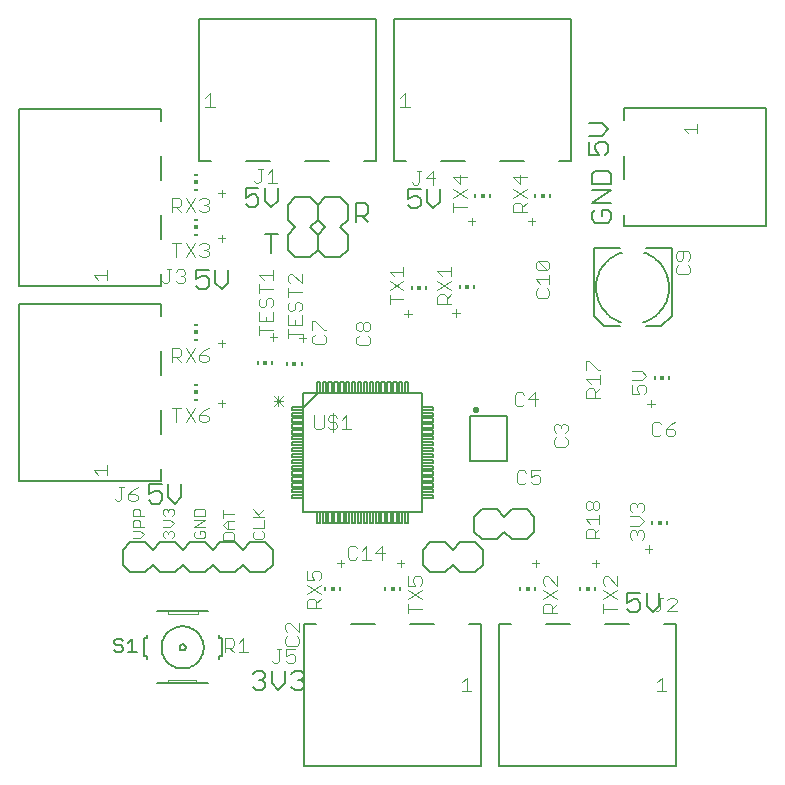
<source format=gto>
G75*
%MOIN*%
%OFA0B0*%
%FSLAX24Y24*%
%IPPOS*%
%LPD*%
%AMOC8*
5,1,8,0,0,1.08239X$1,22.5*
%
%ADD10C,0.0060*%
%ADD11C,0.0030*%
%ADD12C,0.0050*%
%ADD13C,0.0040*%
%ADD14C,0.0080*%
%ADD15C,0.0020*%
%ADD16C,0.0212*%
%ADD17R,0.0059X0.0118*%
%ADD18R,0.0118X0.0118*%
%ADD19R,0.0118X0.0059*%
D10*
X004712Y004572D02*
X005062Y004572D01*
X006012Y004572D01*
X006412Y004572D01*
X006762Y005372D02*
X006762Y005472D01*
X006862Y005472D01*
X006862Y006072D01*
X006762Y006072D01*
X006762Y006172D01*
X006412Y006972D02*
X006062Y006972D01*
X005062Y006972D01*
X004712Y006972D01*
X004362Y006172D02*
X004362Y006072D01*
X004262Y006072D01*
X004262Y005472D01*
X004362Y005472D01*
X004362Y005372D01*
X005462Y005772D02*
X005464Y005792D01*
X005470Y005810D01*
X005479Y005828D01*
X005491Y005843D01*
X005506Y005855D01*
X005524Y005864D01*
X005542Y005870D01*
X005562Y005872D01*
X005582Y005870D01*
X005600Y005864D01*
X005618Y005855D01*
X005633Y005843D01*
X005645Y005828D01*
X005654Y005810D01*
X005660Y005792D01*
X005662Y005772D01*
X005660Y005752D01*
X005654Y005734D01*
X005645Y005716D01*
X005633Y005701D01*
X005618Y005689D01*
X005600Y005680D01*
X005582Y005674D01*
X005562Y005672D01*
X005542Y005674D01*
X005524Y005680D01*
X005506Y005689D01*
X005491Y005701D01*
X005479Y005716D01*
X005470Y005734D01*
X005464Y005752D01*
X005462Y005772D01*
X004862Y005772D02*
X004864Y005824D01*
X004870Y005876D01*
X004880Y005928D01*
X004893Y005978D01*
X004910Y006028D01*
X004931Y006076D01*
X004956Y006122D01*
X004984Y006166D01*
X005015Y006208D01*
X005049Y006248D01*
X005086Y006285D01*
X005126Y006319D01*
X005168Y006350D01*
X005212Y006378D01*
X005258Y006403D01*
X005306Y006424D01*
X005356Y006441D01*
X005406Y006454D01*
X005458Y006464D01*
X005510Y006470D01*
X005562Y006472D01*
X005614Y006470D01*
X005666Y006464D01*
X005718Y006454D01*
X005768Y006441D01*
X005818Y006424D01*
X005866Y006403D01*
X005912Y006378D01*
X005956Y006350D01*
X005998Y006319D01*
X006038Y006285D01*
X006075Y006248D01*
X006109Y006208D01*
X006140Y006166D01*
X006168Y006122D01*
X006193Y006076D01*
X006214Y006028D01*
X006231Y005978D01*
X006244Y005928D01*
X006254Y005876D01*
X006260Y005824D01*
X006262Y005772D01*
X006260Y005720D01*
X006254Y005668D01*
X006244Y005616D01*
X006231Y005566D01*
X006214Y005516D01*
X006193Y005468D01*
X006168Y005422D01*
X006140Y005378D01*
X006109Y005336D01*
X006075Y005296D01*
X006038Y005259D01*
X005998Y005225D01*
X005956Y005194D01*
X005912Y005166D01*
X005866Y005141D01*
X005818Y005120D01*
X005768Y005103D01*
X005718Y005090D01*
X005666Y005080D01*
X005614Y005074D01*
X005562Y005072D01*
X005510Y005074D01*
X005458Y005080D01*
X005406Y005090D01*
X005356Y005103D01*
X005306Y005120D01*
X005258Y005141D01*
X005212Y005166D01*
X005168Y005194D01*
X005126Y005225D01*
X005086Y005259D01*
X005049Y005296D01*
X005015Y005336D01*
X004984Y005378D01*
X004956Y005422D01*
X004931Y005468D01*
X004910Y005516D01*
X004893Y005566D01*
X004880Y005616D01*
X004870Y005668D01*
X004864Y005720D01*
X004862Y005772D01*
X007899Y004896D02*
X008006Y005003D01*
X008220Y005003D01*
X008326Y004896D01*
X008326Y004789D01*
X008220Y004682D01*
X008326Y004575D01*
X008326Y004469D01*
X008220Y004362D01*
X008006Y004362D01*
X007899Y004469D01*
X008113Y004682D02*
X008220Y004682D01*
X008544Y004575D02*
X008544Y005003D01*
X008544Y004575D02*
X008758Y004362D01*
X008971Y004575D01*
X008971Y005003D01*
X009189Y004896D02*
X009295Y005003D01*
X009509Y005003D01*
X009616Y004896D01*
X009616Y004789D01*
X009509Y004682D01*
X009616Y004575D01*
X009616Y004469D01*
X009509Y004362D01*
X009295Y004362D01*
X009189Y004469D01*
X009402Y004682D02*
X009509Y004682D01*
X010032Y009912D02*
X010142Y009912D01*
X010142Y010302D01*
X010032Y010302D01*
X010032Y009912D01*
X010232Y009912D02*
X010342Y009912D01*
X010342Y010302D01*
X010232Y010302D01*
X010232Y009912D01*
X010422Y009912D02*
X010532Y009912D01*
X010532Y010302D01*
X010422Y010302D01*
X010422Y009912D01*
X010622Y009912D02*
X010732Y009912D01*
X010732Y010302D01*
X010622Y010302D01*
X010622Y009912D01*
X010822Y009912D02*
X010932Y009912D01*
X010932Y010302D01*
X010822Y010302D01*
X010822Y009912D01*
X011012Y009912D02*
X011122Y009912D01*
X011122Y010302D01*
X011012Y010302D01*
X011012Y009912D01*
X011212Y009912D02*
X011322Y009912D01*
X011322Y010302D01*
X011212Y010302D01*
X011212Y009912D01*
X011412Y009912D02*
X011522Y009912D01*
X011522Y010302D01*
X011412Y010302D01*
X011412Y009912D01*
X011602Y009912D02*
X011712Y009912D01*
X011712Y010302D01*
X011602Y010302D01*
X011602Y009912D01*
X011802Y009912D02*
X011912Y009912D01*
X011912Y010302D01*
X011802Y010302D01*
X011802Y009912D01*
X012002Y009912D02*
X012112Y009912D01*
X012112Y010302D01*
X012002Y010302D01*
X012002Y009912D01*
X012192Y009912D02*
X012302Y009912D01*
X012302Y010302D01*
X012192Y010302D01*
X012192Y009912D01*
X012392Y009912D02*
X012502Y009912D01*
X012502Y010302D01*
X012392Y010302D01*
X012392Y009912D01*
X012592Y009912D02*
X012702Y009912D01*
X012702Y010302D01*
X012592Y010302D01*
X012592Y009912D01*
X012782Y009912D02*
X012892Y009912D01*
X012892Y010302D01*
X012782Y010302D01*
X012782Y009912D01*
X012982Y009912D02*
X013092Y009912D01*
X013092Y010302D01*
X012982Y010302D01*
X012982Y009912D01*
X013532Y010302D02*
X013532Y014242D01*
X009592Y014242D01*
X009592Y010302D01*
X013532Y010302D01*
X013532Y010742D02*
X013922Y010742D01*
X013922Y010852D01*
X013532Y010852D01*
X013532Y010742D01*
X013532Y010942D02*
X013922Y010942D01*
X013922Y011052D01*
X013532Y011052D01*
X013532Y010942D01*
X013532Y011132D02*
X013922Y011132D01*
X013922Y011242D01*
X013532Y011242D01*
X013532Y011132D01*
X013532Y011332D02*
X013922Y011332D01*
X013922Y011442D01*
X013532Y011442D01*
X013532Y011332D01*
X013532Y011532D02*
X013922Y011532D01*
X013922Y011642D01*
X013532Y011642D01*
X013532Y011532D01*
X013532Y011722D02*
X013922Y011722D01*
X013922Y011832D01*
X013532Y011832D01*
X013532Y011722D01*
X013532Y011922D02*
X013922Y011922D01*
X013922Y012032D01*
X013532Y012032D01*
X013532Y011922D01*
X013532Y012122D02*
X013922Y012122D01*
X013922Y012232D01*
X013532Y012232D01*
X013532Y012122D01*
X013532Y012312D02*
X013922Y012312D01*
X013922Y012422D01*
X013532Y012422D01*
X013532Y012312D01*
X013532Y012512D02*
X013922Y012512D01*
X013922Y012622D01*
X013532Y012622D01*
X013532Y012512D01*
X013532Y012712D02*
X013922Y012712D01*
X013922Y012822D01*
X013532Y012822D01*
X013532Y012712D01*
X013532Y012902D02*
X013922Y012902D01*
X013922Y013012D01*
X013532Y013012D01*
X013532Y012902D01*
X013532Y013102D02*
X013922Y013102D01*
X013922Y013212D01*
X013532Y013212D01*
X013532Y013102D01*
X013532Y013302D02*
X013922Y013302D01*
X013922Y013412D01*
X013532Y013412D01*
X013532Y013302D01*
X013532Y013492D02*
X013922Y013492D01*
X013922Y013602D01*
X013532Y013602D01*
X013532Y013492D01*
X013532Y013692D02*
X013922Y013692D01*
X013922Y013802D01*
X013532Y013802D01*
X013532Y013692D01*
X013092Y014242D02*
X013092Y014632D01*
X012982Y014632D01*
X012982Y014242D01*
X013092Y014242D01*
X012892Y014242D02*
X012892Y014632D01*
X012782Y014632D01*
X012782Y014242D01*
X012892Y014242D01*
X012702Y014242D02*
X012702Y014632D01*
X012592Y014632D01*
X012592Y014242D01*
X012702Y014242D01*
X012502Y014242D02*
X012502Y014632D01*
X012392Y014632D01*
X012392Y014242D01*
X012502Y014242D01*
X012302Y014242D02*
X012302Y014632D01*
X012192Y014632D01*
X012192Y014242D01*
X012302Y014242D01*
X012112Y014242D02*
X012112Y014632D01*
X012002Y014632D01*
X012002Y014242D01*
X012112Y014242D01*
X011912Y014242D02*
X011912Y014632D01*
X011802Y014632D01*
X011802Y014242D01*
X011912Y014242D01*
X011712Y014242D02*
X011712Y014632D01*
X011602Y014632D01*
X011602Y014242D01*
X011712Y014242D01*
X011522Y014242D02*
X011522Y014632D01*
X011412Y014632D01*
X011412Y014242D01*
X011522Y014242D01*
X011322Y014242D02*
X011322Y014632D01*
X011212Y014632D01*
X011212Y014242D01*
X011322Y014242D01*
X011122Y014242D02*
X011122Y014632D01*
X011012Y014632D01*
X011012Y014242D01*
X011122Y014242D01*
X010932Y014242D02*
X010932Y014632D01*
X010822Y014632D01*
X010822Y014242D01*
X010932Y014242D01*
X010732Y014242D02*
X010732Y014632D01*
X010622Y014632D01*
X010622Y014242D01*
X010732Y014242D01*
X010532Y014242D02*
X010532Y014632D01*
X010422Y014632D01*
X010422Y014242D01*
X010532Y014242D01*
X010342Y014242D02*
X010342Y014632D01*
X010232Y014632D01*
X010232Y014242D01*
X010342Y014242D01*
X010142Y014242D02*
X010142Y014632D01*
X010032Y014632D01*
X010032Y014242D01*
X010092Y014242D01*
X009592Y013742D01*
X009592Y013802D01*
X009202Y013802D01*
X009202Y013692D01*
X009592Y013692D01*
X009592Y013742D01*
X009592Y013602D02*
X009202Y013602D01*
X009202Y013492D01*
X009592Y013492D01*
X009592Y013602D01*
X009592Y013412D02*
X009202Y013412D01*
X009202Y013302D01*
X009592Y013302D01*
X009592Y013412D01*
X009592Y013212D02*
X009202Y013212D01*
X009202Y013102D01*
X009592Y013102D01*
X009592Y013212D01*
X009592Y013012D02*
X009202Y013012D01*
X009202Y012902D01*
X009592Y012902D01*
X009592Y013012D01*
X009592Y012822D02*
X009202Y012822D01*
X009202Y012712D01*
X009592Y012712D01*
X009592Y012822D01*
X009592Y012622D02*
X009202Y012622D01*
X009202Y012512D01*
X009592Y012512D01*
X009592Y012622D01*
X009592Y012422D02*
X009202Y012422D01*
X009202Y012312D01*
X009592Y012312D01*
X009592Y012422D01*
X009592Y012232D02*
X009202Y012232D01*
X009202Y012122D01*
X009592Y012122D01*
X009592Y012232D01*
X009592Y012032D02*
X009202Y012032D01*
X009202Y011922D01*
X009592Y011922D01*
X009592Y012032D01*
X009592Y011832D02*
X009202Y011832D01*
X009202Y011722D01*
X009592Y011722D01*
X009592Y011832D01*
X009592Y011642D02*
X009202Y011642D01*
X009202Y011532D01*
X009592Y011532D01*
X009592Y011642D01*
X009592Y011442D02*
X009202Y011442D01*
X009202Y011332D01*
X009592Y011332D01*
X009592Y011442D01*
X009592Y011242D02*
X009202Y011242D01*
X009202Y011132D01*
X009592Y011132D01*
X009592Y011242D01*
X009592Y011052D02*
X009202Y011052D01*
X009202Y010942D01*
X009592Y010942D01*
X009592Y011052D01*
X009592Y010852D02*
X009202Y010852D01*
X009202Y010742D01*
X009592Y010742D01*
X009592Y010852D01*
X010092Y014242D02*
X010142Y014242D01*
X006869Y017722D02*
X006656Y017936D01*
X006656Y018363D01*
X006438Y018363D02*
X006011Y018363D01*
X006011Y018042D01*
X006225Y018149D01*
X006331Y018149D01*
X006438Y018042D01*
X006438Y017829D01*
X006331Y017722D01*
X006118Y017722D01*
X006011Y017829D01*
X006869Y017722D02*
X007083Y017936D01*
X007083Y018363D01*
X008310Y019563D02*
X008737Y019563D01*
X008524Y019563D02*
X008524Y018923D01*
X008519Y020446D02*
X008305Y020659D01*
X008305Y021086D01*
X008088Y021086D02*
X007661Y021086D01*
X007661Y020766D01*
X007874Y020873D01*
X007981Y020873D01*
X008088Y020766D01*
X008088Y020553D01*
X007981Y020446D01*
X007768Y020446D01*
X007661Y020553D01*
X008519Y020446D02*
X008732Y020659D01*
X008732Y021086D01*
X011327Y020589D02*
X011327Y019948D01*
X011327Y020162D02*
X011647Y020162D01*
X011754Y020268D01*
X011754Y020482D01*
X011647Y020589D01*
X011327Y020589D01*
X011541Y020162D02*
X011754Y019948D01*
X013068Y020513D02*
X013174Y020406D01*
X013388Y020406D01*
X013495Y020513D01*
X013495Y020726D01*
X013388Y020833D01*
X013281Y020833D01*
X013068Y020726D01*
X013068Y021047D01*
X013495Y021047D01*
X013712Y021047D02*
X013712Y020620D01*
X013926Y020406D01*
X014139Y020620D01*
X014139Y021047D01*
X019112Y022187D02*
X019433Y022187D01*
X019326Y022401D01*
X019326Y022507D01*
X019433Y022614D01*
X019646Y022614D01*
X019753Y022507D01*
X019753Y022294D01*
X019646Y022187D01*
X019112Y022187D02*
X019112Y022614D01*
X019112Y022832D02*
X019539Y022832D01*
X019753Y023045D01*
X019539Y023259D01*
X019112Y023259D01*
X019316Y021649D02*
X019210Y021542D01*
X019210Y021222D01*
X019850Y021222D01*
X019850Y021542D01*
X019744Y021649D01*
X019316Y021649D01*
X019210Y021004D02*
X019850Y021004D01*
X019210Y020577D01*
X019850Y020577D01*
X019744Y020359D02*
X019530Y020359D01*
X019530Y020146D01*
X019744Y020359D02*
X019850Y020253D01*
X019850Y020039D01*
X019744Y019932D01*
X019316Y019932D01*
X019210Y020039D01*
X019210Y020253D01*
X019316Y020359D01*
X020383Y007587D02*
X020383Y007267D01*
X020596Y007374D01*
X020703Y007374D01*
X020810Y007267D01*
X020810Y007053D01*
X020703Y006947D01*
X020490Y006947D01*
X020383Y007053D01*
X020383Y007587D02*
X020810Y007587D01*
X021027Y007587D02*
X021027Y007160D01*
X021241Y006947D01*
X021454Y007160D01*
X021454Y007587D01*
X005512Y010778D02*
X005512Y011205D01*
X005512Y010778D02*
X005299Y010565D01*
X005085Y010778D01*
X005085Y011205D01*
X004868Y011205D02*
X004441Y011205D01*
X004441Y010885D01*
X004654Y010992D01*
X004761Y010992D01*
X004868Y010885D01*
X004868Y010672D01*
X004761Y010565D01*
X004547Y010565D01*
X004441Y010672D01*
D11*
X004153Y010338D02*
X004153Y010153D01*
X004276Y010153D02*
X003906Y010153D01*
X003906Y010338D01*
X003968Y010400D01*
X004091Y010400D01*
X004153Y010338D01*
X004091Y010032D02*
X003968Y010032D01*
X003906Y009970D01*
X003906Y009785D01*
X004276Y009785D01*
X004153Y009785D02*
X004153Y009970D01*
X004091Y010032D01*
X004153Y009664D02*
X003906Y009664D01*
X004153Y009664D02*
X004276Y009540D01*
X004153Y009417D01*
X003906Y009417D01*
X004900Y009478D02*
X004900Y009602D01*
X004962Y009664D01*
X005023Y009664D01*
X005085Y009602D01*
X005147Y009664D01*
X005209Y009664D01*
X005270Y009602D01*
X005270Y009478D01*
X005209Y009417D01*
X005085Y009540D02*
X005085Y009602D01*
X005147Y009785D02*
X004900Y009785D01*
X005147Y009785D02*
X005270Y009908D01*
X005147Y010032D01*
X004900Y010032D01*
X004962Y010153D02*
X004900Y010215D01*
X004900Y010338D01*
X004962Y010400D01*
X005023Y010400D01*
X005085Y010338D01*
X005147Y010400D01*
X005209Y010400D01*
X005270Y010338D01*
X005270Y010215D01*
X005209Y010153D01*
X005085Y010277D02*
X005085Y010338D01*
X004900Y009478D02*
X004962Y009417D01*
X005954Y009478D02*
X006015Y009417D01*
X006262Y009417D01*
X006324Y009478D01*
X006324Y009602D01*
X006262Y009664D01*
X006139Y009664D01*
X006139Y009540D01*
X006015Y009664D02*
X005954Y009602D01*
X005954Y009478D01*
X005954Y009785D02*
X006324Y010032D01*
X005954Y010032D01*
X005954Y010153D02*
X005954Y010338D01*
X006015Y010400D01*
X006262Y010400D01*
X006324Y010338D01*
X006324Y010153D01*
X005954Y010153D01*
X005954Y009785D02*
X006324Y009785D01*
X006908Y009849D02*
X007031Y009972D01*
X007278Y009972D01*
X007093Y009972D02*
X007093Y009725D01*
X007031Y009725D02*
X006908Y009849D01*
X007031Y009725D02*
X007278Y009725D01*
X007216Y009604D02*
X006969Y009604D01*
X006908Y009542D01*
X006908Y009357D01*
X007278Y009357D01*
X007278Y009542D01*
X007216Y009604D01*
X006908Y010094D02*
X006908Y010341D01*
X006908Y010217D02*
X007278Y010217D01*
X007902Y010133D02*
X008272Y010133D01*
X008272Y010012D02*
X008272Y009765D01*
X007902Y009765D01*
X007963Y009644D02*
X007902Y009582D01*
X007902Y009459D01*
X007963Y009397D01*
X008210Y009397D01*
X008272Y009459D01*
X008272Y009582D01*
X008210Y009644D01*
X008148Y010133D02*
X007902Y010380D01*
X008087Y010195D02*
X008272Y010380D01*
X010709Y008572D02*
X010956Y008572D01*
X010832Y008449D02*
X010832Y008696D01*
X012709Y008572D02*
X012956Y008572D01*
X012832Y008449D02*
X012832Y008696D01*
X017209Y008572D02*
X017456Y008572D01*
X017332Y008449D02*
X017332Y008696D01*
X019209Y008572D02*
X019456Y008572D01*
X019332Y008449D02*
X019332Y008696D01*
X020977Y009050D02*
X021223Y009050D01*
X021100Y009173D02*
X021100Y008926D01*
X021178Y013773D02*
X021178Y014020D01*
X021055Y013896D02*
X021302Y013896D01*
X017200Y019849D02*
X017200Y020096D01*
X017077Y019972D02*
X017324Y019972D01*
X015324Y019972D02*
X015077Y019972D01*
X015200Y019849D02*
X015200Y020096D01*
X014673Y017037D02*
X014673Y016790D01*
X014550Y016914D02*
X014796Y016914D01*
X013203Y016899D02*
X012957Y016899D01*
X013080Y017022D02*
X013080Y016775D01*
X011025Y013508D02*
X011025Y013037D01*
X011181Y013037D02*
X010868Y013037D01*
X010721Y013116D02*
X010721Y013194D01*
X010643Y013273D01*
X010486Y013273D01*
X010407Y013351D01*
X010407Y013429D01*
X010486Y013508D01*
X010643Y013508D01*
X010721Y013429D01*
X010868Y013351D02*
X011025Y013508D01*
X010564Y013586D02*
X010564Y012959D01*
X010486Y013037D02*
X010643Y013037D01*
X010721Y013116D01*
X010486Y013037D02*
X010407Y013116D01*
X010261Y013116D02*
X010261Y013508D01*
X009947Y013508D02*
X009947Y013116D01*
X010025Y013037D01*
X010182Y013037D01*
X010261Y013116D01*
X008911Y013836D02*
X008597Y014149D01*
X008597Y013993D02*
X008911Y013993D01*
X008911Y014149D02*
X008597Y013836D01*
X008754Y013836D02*
X008754Y014149D01*
X006985Y013911D02*
X006738Y013911D01*
X006862Y014034D02*
X006862Y013787D01*
X006862Y015787D02*
X006862Y016034D01*
X006985Y015911D02*
X006738Y015911D01*
X008469Y016127D02*
X008715Y016127D01*
X008592Y016250D02*
X008592Y016003D01*
X009440Y016092D02*
X009687Y016092D01*
X009563Y016215D02*
X009563Y015968D01*
X006862Y019287D02*
X006862Y019534D01*
X006985Y019411D02*
X006738Y019411D01*
X006862Y020787D02*
X006862Y021034D01*
X006985Y020911D02*
X006738Y020911D01*
D12*
X006503Y021985D02*
X006109Y021985D01*
X006109Y026709D01*
X012015Y026709D01*
X012015Y021985D01*
X011621Y021985D01*
X012609Y021985D02*
X013003Y021985D01*
X012609Y021985D02*
X012609Y026709D01*
X018515Y026709D01*
X018515Y021985D01*
X018121Y021985D01*
X016940Y021985D02*
X016153Y021985D01*
X014971Y021985D02*
X014184Y021985D01*
X010440Y021985D02*
X009653Y021985D01*
X008471Y021985D02*
X007684Y021985D01*
X004849Y022150D02*
X004849Y021363D01*
X004849Y020182D02*
X004849Y019394D01*
X004849Y018213D02*
X004849Y017820D01*
X000125Y017820D01*
X000125Y023725D01*
X004849Y023725D01*
X004849Y023331D01*
X004849Y017225D02*
X000125Y017225D01*
X000125Y011320D01*
X004849Y011320D01*
X004849Y011713D01*
X004849Y012894D02*
X004849Y013682D01*
X004849Y014863D02*
X004849Y015650D01*
X004849Y016831D02*
X004849Y017225D01*
X015144Y013474D02*
X015144Y011978D01*
X016365Y011978D01*
X016365Y013474D01*
X015144Y013474D01*
X020275Y019804D02*
X020275Y020198D01*
X020275Y019804D02*
X024999Y019804D01*
X024999Y023741D01*
X020275Y023741D01*
X020275Y023347D01*
X020275Y022166D02*
X020275Y021379D01*
X020440Y006560D02*
X019653Y006560D01*
X018471Y006560D02*
X017684Y006560D01*
X016503Y006560D02*
X016109Y006560D01*
X016109Y001835D01*
X022015Y001835D01*
X022015Y006560D01*
X021621Y006560D01*
X015515Y006560D02*
X015515Y001835D01*
X009609Y001835D01*
X009609Y006560D01*
X010003Y006560D01*
X011184Y006560D02*
X011971Y006560D01*
X013153Y006560D02*
X013940Y006560D01*
X015121Y006560D02*
X015515Y006560D01*
X004034Y005617D02*
X003734Y005617D01*
X003884Y005617D02*
X003884Y006067D01*
X003734Y005917D01*
X003574Y005992D02*
X003499Y006067D01*
X003349Y006067D01*
X003274Y005992D01*
X003274Y005917D01*
X003349Y005842D01*
X003499Y005842D01*
X003574Y005767D01*
X003574Y005692D01*
X003499Y005617D01*
X003349Y005617D01*
X003274Y005692D01*
D13*
X006973Y005766D02*
X007203Y005766D01*
X007280Y005843D01*
X007280Y005996D01*
X007203Y006073D01*
X006973Y006073D01*
X006973Y005612D01*
X007126Y005766D02*
X007280Y005612D01*
X007433Y005612D02*
X007740Y005612D01*
X007587Y005612D02*
X007587Y006073D01*
X007433Y005919D01*
X008548Y005320D02*
X008625Y005243D01*
X008702Y005243D01*
X008778Y005320D01*
X008778Y005704D01*
X008702Y005704D02*
X008855Y005704D01*
X009009Y005704D02*
X009009Y005473D01*
X009162Y005550D01*
X009239Y005550D01*
X009316Y005473D01*
X009316Y005320D01*
X009239Y005243D01*
X009085Y005243D01*
X009009Y005320D01*
X009009Y005704D02*
X009316Y005704D01*
X009365Y005834D02*
X009441Y005911D01*
X009441Y006065D01*
X009365Y006141D01*
X009441Y006295D02*
X009134Y006602D01*
X009058Y006602D01*
X008981Y006525D01*
X008981Y006372D01*
X009058Y006295D01*
X009058Y006141D02*
X008981Y006065D01*
X008981Y005911D01*
X009058Y005834D01*
X009365Y005834D01*
X009441Y006295D02*
X009441Y006602D01*
X009716Y007092D02*
X009716Y007322D01*
X009793Y007399D01*
X009947Y007399D01*
X010023Y007322D01*
X010023Y007092D01*
X010023Y007245D02*
X010177Y007399D01*
X010177Y007552D02*
X009716Y007859D01*
X009716Y008012D02*
X009947Y008012D01*
X009870Y008166D01*
X009870Y008243D01*
X009947Y008319D01*
X010100Y008319D01*
X010177Y008243D01*
X010177Y008089D01*
X010100Y008012D01*
X010177Y007859D02*
X009716Y007552D01*
X009716Y008012D02*
X009716Y008319D01*
X009716Y007092D02*
X010177Y007092D01*
X011148Y008695D02*
X011072Y008772D01*
X011072Y009078D01*
X011148Y009155D01*
X011302Y009155D01*
X011379Y009078D01*
X011532Y009002D02*
X011686Y009155D01*
X011686Y008695D01*
X011839Y008695D02*
X011532Y008695D01*
X011379Y008772D02*
X011302Y008695D01*
X011148Y008695D01*
X011992Y008925D02*
X012299Y008925D01*
X012223Y008695D02*
X012223Y009155D01*
X011992Y008925D01*
X013082Y008139D02*
X013082Y007832D01*
X013312Y007832D01*
X013235Y007985D01*
X013235Y008062D01*
X013312Y008139D01*
X013465Y008139D01*
X013542Y008062D01*
X013542Y007909D01*
X013465Y007832D01*
X013542Y007678D02*
X013082Y007372D01*
X013082Y007218D02*
X013082Y006911D01*
X013082Y007065D02*
X013542Y007065D01*
X013542Y007372D02*
X013082Y007678D01*
X015031Y004768D02*
X015031Y004308D01*
X014878Y004308D02*
X015184Y004308D01*
X014878Y004615D02*
X015031Y004768D01*
X017582Y006911D02*
X017582Y007141D01*
X017658Y007218D01*
X017812Y007218D01*
X017889Y007141D01*
X017889Y006911D01*
X018042Y006911D02*
X017582Y006911D01*
X017889Y007065D02*
X018042Y007218D01*
X018042Y007372D02*
X017582Y007678D01*
X017658Y007832D02*
X017582Y007909D01*
X017582Y008062D01*
X017658Y008139D01*
X017735Y008139D01*
X018042Y007832D01*
X018042Y008139D01*
X018042Y007678D02*
X017582Y007372D01*
X019582Y007372D02*
X020042Y007678D01*
X020042Y007832D02*
X019735Y008139D01*
X019658Y008139D01*
X019582Y008062D01*
X019582Y007909D01*
X019658Y007832D01*
X019582Y007678D02*
X020042Y007372D01*
X020042Y007065D02*
X019582Y007065D01*
X019582Y007218D02*
X019582Y006911D01*
X020042Y007832D02*
X020042Y008139D01*
X020558Y009369D02*
X020481Y009446D01*
X020481Y009600D01*
X020558Y009676D01*
X020635Y009676D01*
X020711Y009600D01*
X020788Y009676D01*
X020865Y009676D01*
X020942Y009600D01*
X020942Y009446D01*
X020865Y009369D01*
X020711Y009523D02*
X020711Y009600D01*
X020788Y009830D02*
X020481Y009830D01*
X020481Y010137D02*
X020788Y010137D01*
X020942Y009983D01*
X020788Y009830D01*
X020865Y010290D02*
X020942Y010367D01*
X020942Y010520D01*
X020865Y010597D01*
X020788Y010597D01*
X020711Y010520D01*
X020711Y010444D01*
X020711Y010520D02*
X020635Y010597D01*
X020558Y010597D01*
X020481Y010520D01*
X020481Y010367D01*
X020558Y010290D01*
X019458Y010193D02*
X019458Y009886D01*
X019458Y009733D02*
X019305Y009579D01*
X019305Y009656D02*
X019305Y009426D01*
X019458Y009426D02*
X018998Y009426D01*
X018998Y009656D01*
X019075Y009733D01*
X019228Y009733D01*
X019305Y009656D01*
X019151Y009886D02*
X018998Y010040D01*
X019458Y010040D01*
X019381Y010347D02*
X019305Y010347D01*
X019228Y010423D01*
X019228Y010577D01*
X019305Y010653D01*
X019381Y010653D01*
X019458Y010577D01*
X019458Y010423D01*
X019381Y010347D01*
X019228Y010423D02*
X019151Y010347D01*
X019075Y010347D01*
X018998Y010423D01*
X018998Y010577D01*
X019075Y010653D01*
X019151Y010653D01*
X019228Y010577D01*
X017476Y011291D02*
X017399Y011214D01*
X017245Y011214D01*
X017169Y011291D01*
X017169Y011444D02*
X017322Y011521D01*
X017399Y011521D01*
X017476Y011444D01*
X017476Y011291D01*
X017169Y011444D02*
X017169Y011675D01*
X017476Y011675D01*
X017015Y011598D02*
X016939Y011675D01*
X016785Y011675D01*
X016708Y011598D01*
X016708Y011291D01*
X016785Y011214D01*
X016939Y011214D01*
X017015Y011291D01*
X018016Y012469D02*
X018323Y012469D01*
X018400Y012546D01*
X018400Y012699D01*
X018323Y012776D01*
X018323Y012929D02*
X018400Y013006D01*
X018400Y013160D01*
X018323Y013236D01*
X018246Y013236D01*
X018169Y013160D01*
X018169Y013083D01*
X018169Y013160D02*
X018093Y013236D01*
X018016Y013236D01*
X017939Y013160D01*
X017939Y013006D01*
X018016Y012929D01*
X018016Y012776D02*
X017939Y012699D01*
X017939Y012546D01*
X018016Y012469D01*
X017321Y013816D02*
X017321Y014276D01*
X017090Y014046D01*
X017397Y014046D01*
X016937Y014199D02*
X016860Y014276D01*
X016707Y014276D01*
X016630Y014199D01*
X016630Y013892D01*
X016707Y013816D01*
X016860Y013816D01*
X016937Y013892D01*
X019019Y014101D02*
X019019Y014331D01*
X019096Y014408D01*
X019249Y014408D01*
X019326Y014331D01*
X019326Y014101D01*
X019480Y014101D02*
X019019Y014101D01*
X019326Y014255D02*
X019480Y014408D01*
X019480Y014562D02*
X019480Y014869D01*
X019480Y015022D02*
X019403Y015022D01*
X019096Y015329D01*
X019019Y015329D01*
X019019Y015022D01*
X019019Y014715D02*
X019480Y014715D01*
X019173Y014562D02*
X019019Y014715D01*
X020559Y014676D02*
X020866Y014676D01*
X021020Y014830D01*
X020866Y014983D01*
X020559Y014983D01*
X020559Y014523D02*
X020559Y014216D01*
X020790Y014216D01*
X020713Y014370D01*
X020713Y014446D01*
X020790Y014523D01*
X020943Y014523D01*
X021020Y014446D01*
X021020Y014293D01*
X020943Y014216D01*
X021291Y013285D02*
X021214Y013208D01*
X021214Y012901D01*
X021291Y012824D01*
X021445Y012824D01*
X021521Y012901D01*
X021675Y012901D02*
X021751Y012824D01*
X021905Y012824D01*
X021982Y012901D01*
X021982Y012978D01*
X021905Y013054D01*
X021675Y013054D01*
X021675Y012901D01*
X021675Y013054D02*
X021828Y013208D01*
X021982Y013285D01*
X021521Y013208D02*
X021445Y013285D01*
X021291Y013285D01*
X017716Y017431D02*
X017409Y017431D01*
X017332Y017508D01*
X017332Y017661D01*
X017409Y017738D01*
X017486Y017892D02*
X017332Y018045D01*
X017792Y018045D01*
X017792Y017892D02*
X017792Y018199D01*
X017716Y018352D02*
X017409Y018352D01*
X017332Y018429D01*
X017332Y018582D01*
X017409Y018659D01*
X017716Y018352D01*
X017792Y018429D01*
X017792Y018582D01*
X017716Y018659D01*
X017409Y018659D01*
X017716Y017738D02*
X017792Y017661D01*
X017792Y017508D01*
X017716Y017431D01*
X017042Y020292D02*
X016582Y020292D01*
X016582Y020523D01*
X016658Y020599D01*
X016812Y020599D01*
X016889Y020523D01*
X016889Y020292D01*
X016889Y020446D02*
X017042Y020599D01*
X017042Y020753D02*
X016582Y021060D01*
X016812Y021213D02*
X016582Y021443D01*
X017042Y021443D01*
X016812Y021520D02*
X016812Y021213D01*
X017042Y021060D02*
X016582Y020753D01*
X015042Y020753D02*
X014582Y021060D01*
X014812Y021213D02*
X014582Y021443D01*
X015042Y021443D01*
X014812Y021520D02*
X014812Y021213D01*
X015042Y021060D02*
X014582Y020753D01*
X014582Y020599D02*
X014582Y020292D01*
X014582Y020446D02*
X015042Y020446D01*
X013902Y021199D02*
X013902Y021659D01*
X013672Y021429D01*
X013979Y021429D01*
X013518Y021659D02*
X013365Y021659D01*
X013441Y021659D02*
X013441Y021275D01*
X013365Y021199D01*
X013288Y021199D01*
X013211Y021275D01*
X013133Y023777D02*
X012826Y023777D01*
X012980Y023777D02*
X012980Y024237D01*
X012826Y024083D01*
X008707Y021257D02*
X008400Y021257D01*
X008554Y021257D02*
X008554Y021718D01*
X008400Y021564D01*
X008247Y021718D02*
X008093Y021718D01*
X008170Y021718D02*
X008170Y021334D01*
X008093Y021257D01*
X008016Y021257D01*
X007940Y021334D01*
X006429Y020676D02*
X006429Y020599D01*
X006352Y020523D01*
X006429Y020446D01*
X006429Y020369D01*
X006352Y020292D01*
X006198Y020292D01*
X006122Y020369D01*
X005968Y020292D02*
X005661Y020753D01*
X005508Y020676D02*
X005508Y020523D01*
X005431Y020446D01*
X005201Y020446D01*
X005354Y020446D02*
X005508Y020292D01*
X005661Y020292D02*
X005968Y020753D01*
X006122Y020676D02*
X006198Y020753D01*
X006352Y020753D01*
X006429Y020676D01*
X006352Y020523D02*
X006275Y020523D01*
X005508Y020676D02*
X005431Y020753D01*
X005201Y020753D01*
X005201Y020292D01*
X005201Y019253D02*
X005508Y019253D01*
X005661Y019253D02*
X005968Y018792D01*
X006122Y018869D02*
X006198Y018792D01*
X006352Y018792D01*
X006429Y018869D01*
X006429Y018946D01*
X006352Y019023D01*
X006275Y019023D01*
X006352Y019023D02*
X006429Y019099D01*
X006429Y019176D01*
X006352Y019253D01*
X006198Y019253D01*
X006122Y019176D01*
X005968Y019253D02*
X005661Y018792D01*
X005354Y018792D02*
X005354Y019253D01*
X005419Y018376D02*
X005342Y018300D01*
X005419Y018376D02*
X005573Y018376D01*
X005649Y018300D01*
X005649Y018223D01*
X005573Y018146D01*
X005649Y018070D01*
X005649Y017993D01*
X005573Y017916D01*
X005419Y017916D01*
X005342Y017993D01*
X005496Y018146D02*
X005573Y018146D01*
X005189Y018376D02*
X005035Y018376D01*
X005112Y018376D02*
X005112Y017993D01*
X005035Y017916D01*
X004959Y017916D01*
X004882Y017993D01*
X003058Y018036D02*
X003058Y018343D01*
X003058Y018190D02*
X002597Y018190D01*
X002751Y018036D01*
X005201Y015753D02*
X005431Y015753D01*
X005508Y015676D01*
X005508Y015523D01*
X005431Y015446D01*
X005201Y015446D01*
X005354Y015446D02*
X005508Y015292D01*
X005661Y015292D02*
X005968Y015753D01*
X006122Y015523D02*
X006352Y015523D01*
X006429Y015446D01*
X006429Y015369D01*
X006352Y015292D01*
X006198Y015292D01*
X006122Y015369D01*
X006122Y015523D01*
X006275Y015676D01*
X006429Y015753D01*
X005968Y015292D02*
X005661Y015753D01*
X005201Y015753D02*
X005201Y015292D01*
X005201Y013753D02*
X005508Y013753D01*
X005661Y013753D02*
X005968Y013292D01*
X006122Y013369D02*
X006198Y013292D01*
X006352Y013292D01*
X006429Y013369D01*
X006429Y013446D01*
X006352Y013523D01*
X006122Y013523D01*
X006122Y013369D01*
X006122Y013523D02*
X006275Y013676D01*
X006429Y013753D01*
X005968Y013753D02*
X005661Y013292D01*
X005354Y013292D02*
X005354Y013753D01*
X003058Y011843D02*
X003058Y011536D01*
X003058Y011690D02*
X002597Y011690D01*
X002751Y011536D01*
X003448Y011113D02*
X003602Y011113D01*
X003525Y011113D02*
X003525Y010729D01*
X003448Y010652D01*
X003372Y010652D01*
X003295Y010729D01*
X003755Y010729D02*
X003755Y010882D01*
X003985Y010882D01*
X004062Y010806D01*
X004062Y010729D01*
X003985Y010652D01*
X003832Y010652D01*
X003755Y010729D01*
X003755Y010882D02*
X003909Y011036D01*
X004062Y011113D01*
X009073Y016072D02*
X009073Y016379D01*
X009073Y016532D02*
X009533Y016532D01*
X009533Y016839D01*
X009456Y016992D02*
X009533Y017069D01*
X009533Y017223D01*
X009456Y017299D01*
X009380Y017299D01*
X009303Y017223D01*
X009303Y017069D01*
X009226Y016992D01*
X009149Y016992D01*
X009073Y017069D01*
X009073Y017223D01*
X009149Y017299D01*
X009073Y017453D02*
X009073Y017760D01*
X009073Y017606D02*
X009533Y017606D01*
X009533Y017913D02*
X009226Y018220D01*
X009149Y018220D01*
X009073Y018143D01*
X009073Y017990D01*
X009149Y017913D01*
X009533Y017913D02*
X009533Y018220D01*
X008574Y018184D02*
X008113Y018184D01*
X008267Y018031D01*
X008113Y017877D02*
X008113Y017570D01*
X008113Y017724D02*
X008574Y017724D01*
X008574Y018031D02*
X008574Y018338D01*
X008497Y017417D02*
X008574Y017340D01*
X008574Y017187D01*
X008497Y017110D01*
X008574Y016956D02*
X008574Y016650D01*
X008113Y016650D01*
X008113Y016956D01*
X008190Y017110D02*
X008267Y017110D01*
X008343Y017187D01*
X008343Y017340D01*
X008420Y017417D01*
X008497Y017417D01*
X008190Y017417D02*
X008113Y017340D01*
X008113Y017187D01*
X008190Y017110D01*
X008343Y016803D02*
X008343Y016650D01*
X008113Y016496D02*
X008113Y016189D01*
X008113Y016343D02*
X008574Y016343D01*
X009073Y016225D02*
X009533Y016225D01*
X009883Y016117D02*
X009883Y015964D01*
X009960Y015887D01*
X010267Y015887D01*
X010343Y015964D01*
X010343Y016117D01*
X010267Y016194D01*
X010267Y016347D02*
X010343Y016347D01*
X010267Y016347D02*
X009960Y016654D01*
X009883Y016654D01*
X009883Y016347D01*
X009960Y016194D02*
X009883Y016117D01*
X009303Y016532D02*
X009303Y016685D01*
X009073Y016839D02*
X009073Y016532D01*
X011351Y016547D02*
X011428Y016623D01*
X011504Y016623D01*
X011581Y016547D01*
X011581Y016393D01*
X011504Y016316D01*
X011428Y016316D01*
X011351Y016393D01*
X011351Y016547D01*
X011581Y016547D02*
X011658Y016623D01*
X011735Y016623D01*
X011811Y016547D01*
X011811Y016393D01*
X011735Y016316D01*
X011658Y016316D01*
X011581Y016393D01*
X011428Y016163D02*
X011351Y016086D01*
X011351Y015933D01*
X011428Y015856D01*
X011735Y015856D01*
X011811Y015933D01*
X011811Y016086D01*
X011735Y016163D01*
X012461Y017218D02*
X012461Y017525D01*
X012461Y017372D02*
X012922Y017372D01*
X012922Y017679D02*
X012461Y017986D01*
X012615Y018139D02*
X012461Y018293D01*
X012922Y018293D01*
X012922Y018446D02*
X012922Y018139D01*
X012922Y017986D02*
X012461Y017679D01*
X014054Y017694D02*
X014515Y018001D01*
X014515Y018155D02*
X014515Y018461D01*
X014515Y018308D02*
X014054Y018308D01*
X014208Y018155D01*
X014054Y018001D02*
X014515Y017694D01*
X014515Y017541D02*
X014361Y017387D01*
X014361Y017464D02*
X014361Y017234D01*
X014515Y017234D02*
X014054Y017234D01*
X014054Y017464D01*
X014131Y017541D01*
X014284Y017541D01*
X014361Y017464D01*
X022011Y018283D02*
X022087Y018206D01*
X022394Y018206D01*
X022471Y018283D01*
X022471Y018436D01*
X022394Y018513D01*
X022394Y018667D02*
X022471Y018743D01*
X022471Y018897D01*
X022394Y018973D01*
X022087Y018973D01*
X022011Y018897D01*
X022011Y018743D01*
X022087Y018667D01*
X022164Y018667D01*
X022241Y018743D01*
X022241Y018973D01*
X022087Y018513D02*
X022011Y018436D01*
X022011Y018283D01*
X022416Y022907D02*
X022263Y023060D01*
X022723Y023060D01*
X022723Y022907D02*
X022723Y023214D01*
X021954Y007434D02*
X021800Y007434D01*
X021724Y007357D01*
X021570Y007434D02*
X021417Y007434D01*
X021493Y007434D02*
X021493Y007050D01*
X021417Y006974D01*
X021340Y006974D01*
X021263Y007050D01*
X021724Y006974D02*
X022030Y007281D01*
X022030Y007357D01*
X021954Y007434D01*
X022030Y006974D02*
X021724Y006974D01*
X021531Y004768D02*
X021531Y004308D01*
X021378Y004308D02*
X021684Y004308D01*
X021378Y004615D02*
X021531Y004768D01*
X006633Y023777D02*
X006326Y023777D01*
X006480Y023777D02*
X006480Y024237D01*
X006326Y024083D01*
D14*
X009312Y020772D02*
X009062Y020522D01*
X009062Y020022D01*
X009312Y019772D01*
X009062Y019522D01*
X009062Y019022D01*
X009312Y018772D01*
X009812Y018772D01*
X010062Y019022D01*
X010062Y019522D01*
X009812Y019772D01*
X010062Y020022D01*
X010062Y020522D01*
X009812Y020772D01*
X009312Y020772D01*
X010062Y020522D02*
X010062Y020022D01*
X010312Y019772D01*
X010062Y019522D01*
X010062Y019022D01*
X010312Y018772D01*
X010812Y018772D01*
X011062Y019022D01*
X011062Y019522D01*
X010812Y019772D01*
X011062Y020022D01*
X011062Y020522D01*
X010812Y020772D01*
X010312Y020772D01*
X010062Y020522D01*
X019263Y019072D02*
X019263Y016827D01*
X019617Y016473D01*
X020129Y016473D01*
X020995Y016473D02*
X021507Y016473D01*
X021861Y016827D01*
X021861Y019072D01*
X020995Y019072D01*
X020129Y019072D02*
X019263Y019072D01*
X020936Y018933D02*
X021001Y018910D01*
X021064Y018884D01*
X021125Y018854D01*
X021185Y018820D01*
X021243Y018784D01*
X021299Y018744D01*
X021352Y018701D01*
X021403Y018655D01*
X021451Y018606D01*
X021496Y018555D01*
X021539Y018501D01*
X021578Y018445D01*
X021614Y018387D01*
X021647Y018326D01*
X021676Y018264D01*
X021702Y018201D01*
X021724Y018136D01*
X021743Y018070D01*
X021757Y018003D01*
X021768Y017936D01*
X021775Y017867D01*
X021779Y017799D01*
X021778Y017730D01*
X021774Y017662D01*
X021765Y017594D01*
X021753Y017527D01*
X021738Y017460D01*
X021718Y017394D01*
X021695Y017330D01*
X021668Y017267D01*
X021637Y017205D01*
X021604Y017146D01*
X021567Y017088D01*
X021526Y017033D01*
X021483Y016980D01*
X021437Y016929D01*
X021388Y016881D01*
X021336Y016836D01*
X021282Y016794D01*
X021226Y016755D01*
X021167Y016719D01*
X021107Y016687D01*
X021045Y016658D01*
X020981Y016632D01*
X020916Y016611D01*
X020188Y016611D02*
X020123Y016634D01*
X020060Y016660D01*
X019999Y016690D01*
X019939Y016724D01*
X019881Y016760D01*
X019825Y016800D01*
X019772Y016843D01*
X019721Y016889D01*
X019673Y016938D01*
X019628Y016989D01*
X019585Y017043D01*
X019546Y017099D01*
X019510Y017157D01*
X019477Y017218D01*
X019448Y017280D01*
X019422Y017343D01*
X019400Y017408D01*
X019381Y017474D01*
X019367Y017541D01*
X019356Y017608D01*
X019349Y017677D01*
X019345Y017745D01*
X019346Y017814D01*
X019350Y017882D01*
X019359Y017950D01*
X019371Y018017D01*
X019386Y018084D01*
X019406Y018150D01*
X019429Y018214D01*
X019456Y018277D01*
X019487Y018339D01*
X019520Y018398D01*
X019557Y018456D01*
X019598Y018511D01*
X019641Y018564D01*
X019687Y018615D01*
X019736Y018663D01*
X019788Y018708D01*
X019842Y018750D01*
X019898Y018789D01*
X019957Y018825D01*
X020017Y018857D01*
X020079Y018886D01*
X020143Y018912D01*
X020208Y018933D01*
X017036Y010371D02*
X016536Y010371D01*
X016286Y010121D01*
X016036Y010371D01*
X015536Y010371D01*
X015286Y010121D01*
X015286Y009621D01*
X015536Y009371D01*
X016036Y009371D01*
X016286Y009621D01*
X016536Y009371D01*
X017036Y009371D01*
X017286Y009621D01*
X017286Y010121D01*
X017036Y010371D01*
X015562Y009022D02*
X015312Y009272D01*
X014812Y009272D01*
X014562Y009022D01*
X014312Y009272D01*
X013812Y009272D01*
X013562Y009022D01*
X013562Y008522D01*
X013812Y008272D01*
X014312Y008272D01*
X014562Y008522D01*
X014812Y008272D01*
X015312Y008272D01*
X015562Y008522D01*
X015562Y009022D01*
X008562Y009022D02*
X008562Y008522D01*
X008312Y008272D01*
X007812Y008272D01*
X007562Y008522D01*
X007312Y008272D01*
X006812Y008272D01*
X006562Y008522D01*
X006312Y008272D01*
X005812Y008272D01*
X005562Y008522D01*
X005312Y008272D01*
X004812Y008272D01*
X004562Y008522D01*
X004312Y008272D01*
X003812Y008272D01*
X003562Y008522D01*
X003562Y009022D01*
X003812Y009272D01*
X004312Y009272D01*
X004562Y009022D01*
X004812Y009272D01*
X005312Y009272D01*
X005562Y009022D01*
X005812Y009272D01*
X006312Y009272D01*
X006562Y009022D01*
X006812Y009272D01*
X007312Y009272D01*
X007562Y009022D01*
X007812Y009272D01*
X008312Y009272D01*
X008562Y009022D01*
D15*
X006062Y006972D02*
X006062Y006872D01*
X005062Y006872D01*
X005062Y006972D01*
X005062Y004672D02*
X005062Y004572D01*
X005062Y004672D02*
X006012Y004672D01*
X006012Y004572D01*
D16*
X015341Y013690D03*
D17*
X015271Y017773D03*
X014798Y017773D03*
X013678Y017757D03*
X013205Y017757D03*
X015326Y020831D03*
X015798Y020831D03*
X017326Y020831D03*
X017798Y020831D03*
X021304Y014755D03*
X021776Y014755D03*
X021698Y009909D03*
X021225Y009909D03*
X019298Y007713D03*
X018826Y007713D03*
X017298Y007713D03*
X016826Y007713D03*
X012798Y007713D03*
X012326Y007713D03*
X010798Y007713D03*
X010326Y007713D03*
X009529Y015232D03*
X009057Y015232D03*
X008558Y015268D03*
X008086Y015268D03*
D18*
X008322Y015268D03*
X009293Y015232D03*
X006003Y014272D03*
X006003Y016272D03*
X006003Y019772D03*
X006003Y021272D03*
X013442Y017757D03*
X015035Y017773D03*
X015562Y020831D03*
X017562Y020831D03*
X021540Y014755D03*
X021462Y009909D03*
X019062Y007713D03*
X017062Y007713D03*
X012562Y007713D03*
X010562Y007713D03*
D19*
X006003Y014036D03*
X006003Y014509D03*
X006003Y016036D03*
X006003Y016509D03*
X006003Y019536D03*
X006003Y020009D03*
X006003Y021036D03*
X006003Y021509D03*
M02*

</source>
